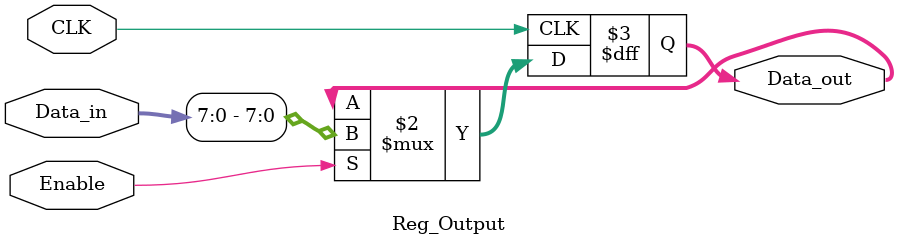
<source format=v>
module Reg_Output (
    Data_out,Data_in,Enable,CLK
);
    input wire [31:0] Data_in;
    input wire Enable,CLK;
    output reg [7:0] Data_out;

    always @(posedge CLK) begin 
        Data_out <= Enable? Data_in[7:0]: Data_out;
    end
    
endmodule
</source>
